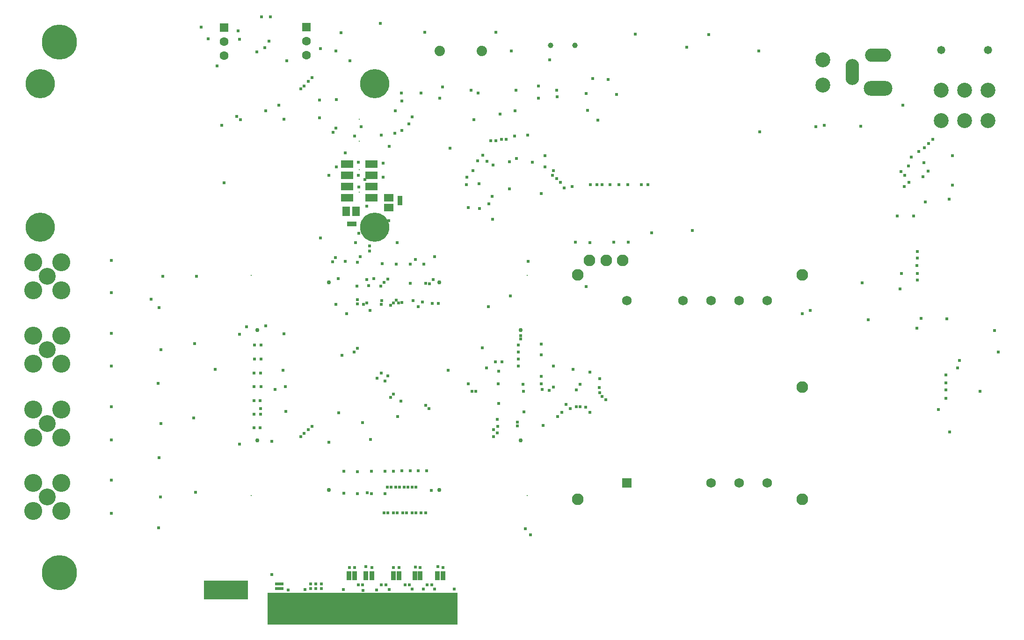
<source format=gbs>
%FSTAX23Y23*%
%MOIN*%
%SFA1B1*%

%IPPOS*%
%ADD79R,0.314960X0.135830*%
%ADD80R,1.354330X0.230320*%
%ADD105R,0.036000X0.173000*%
%ADD106R,0.036000X0.134000*%
%ADD116R,0.065090X0.053280*%
%ADD118R,0.033200X0.034770*%
%ADD125R,0.053280X0.065090*%
%ADD126R,0.034770X0.033200*%
%ADD131R,0.090870X0.052090*%
%ADD133C,0.039500*%
%ADD134C,0.073980*%
%ADD135C,0.008000*%
%ADD136C,0.069020*%
%ADD137R,0.069020X0.069020*%
%ADD138C,0.083000*%
%ADD139C,0.106420*%
%ADD140O,0.096580X0.185170*%
%ADD141O,0.185170X0.096580*%
%ADD142O,0.204850X0.106420*%
%ADD143C,0.120000*%
%ADD144C,0.128000*%
%ADD145R,0.008000X0.008000*%
%ADD146C,0.029660*%
%ADD147C,0.063000*%
%ADD148R,0.063000X0.063000*%
%ADD149C,0.058000*%
%ADD150C,0.250000*%
%ADD151C,0.024000*%
%ADD152C,0.208000*%
%LNgrandmaster-1*%
%LPD*%
G54D79*
X0147Y00245D03*
G54D80*
X02446Y00111D03*
G54D105*
X01915Y00137D03*
X02545D03*
X02624D03*
X02899D03*
X03057D03*
X02742D03*
X02938D03*
X02781D03*
X02309D03*
X02427D03*
X02584D03*
X02072D03*
X02033D03*
X01994D03*
X01954D03*
X0219D03*
X02348D03*
X02387D03*
X02466D03*
X02505D03*
X0282D03*
X02663D03*
X0286D03*
X02978D03*
X03017D03*
X02702D03*
X02112D03*
X02151D03*
X01836D03*
X01875D03*
X03096D03*
G54D106*
X01797Y00157D03*
G54D116*
X02632Y02971D03*
Y03042D03*
G54D118*
X02349Y00329D03*
Y00362D03*
X02389D03*
Y00329D03*
X02468D03*
Y00362D03*
X02511D03*
Y00329D03*
X02664Y00362D03*
Y00329D03*
X02704Y00362D03*
Y00329D03*
X02819Y00362D03*
Y00329D03*
X02854D03*
Y00362D03*
X02979D03*
Y00329D03*
X03019Y00362D03*
Y00329D03*
X02711Y03003D03*
Y03036D03*
G54D125*
X02398Y02944D03*
X02327D03*
G54D126*
X02385Y02854D03*
X02351D03*
G54D131*
X02334Y03279D03*
Y032D03*
Y03121D03*
Y03042D03*
X02509Y03279D03*
Y03121D03*
Y032D03*
Y03042D03*
G54D133*
X03958Y04126D03*
X03784D03*
G54D134*
X03294Y04086D03*
X02994D03*
G54D135*
X02422Y03082D03*
Y03239D03*
Y03601D03*
Y03443D03*
G54D136*
X05327Y02307D03*
X05127D03*
X04927D03*
X04727D03*
X04927Y01007D03*
X05127D03*
X04327Y02307D03*
X05327Y01007D03*
G54D137*
X04327Y01007D03*
G54D138*
X05578Y0089D03*
Y01689D03*
Y02489D03*
X03979D03*
Y0089D03*
X04062Y02595D03*
X0418D03*
X04298D03*
G54D139*
X05723Y04025D03*
Y03844D03*
X069Y03806D03*
Y03589D03*
X06734D03*
Y03806D03*
X06569Y03589D03*
Y03806D03*
G54D140*
X05934Y03937D03*
G54D141*
X06119Y04056D03*
G54D142*
X06119Y03819D03*
G54D143*
X00199Y00906D03*
Y02481D03*
Y01956D03*
Y01431D03*
G54D144*
X00299Y01006D03*
Y00806D03*
X00099D03*
Y01006D03*
X00299Y02581D03*
Y02381D03*
X00099D03*
Y02581D03*
X00299Y02056D03*
Y01856D03*
X00099D03*
Y02056D03*
X00299Y01531D03*
Y01331D03*
X00099D03*
Y01531D03*
G54D145*
X03617Y02486D03*
X01652Y00916D03*
X01651Y02486D03*
X03617Y00916D03*
G54D146*
X03571Y02097D03*
Y01309D03*
X02203Y02438D03*
X01696Y01309D03*
Y02097D03*
X02203Y00958D03*
X0299D03*
X0299Y02438D03*
G54D147*
X02043Y04157D03*
Y04057D03*
X01457Y04153D03*
Y04053D03*
G54D148*
X02043Y04257D03*
X01457Y04253D03*
G54D149*
X069Y04093D03*
X06569D03*
G54D150*
X00285Y04152D03*
Y00368D03*
G54D151*
X02494Y02661D03*
X02692Y02721D03*
X02511Y00405D03*
X0261Y00279D03*
X02578D03*
X0298Y00409D03*
X02821Y00407D03*
X02748Y00282D03*
X02469Y0041D03*
X02905Y00279D03*
X02878Y00249D03*
X02692Y00795D03*
X02665D03*
X02854Y00405D03*
X02779Y00279D03*
X02665Y00405D03*
X02704D03*
X0235D03*
X02389D03*
X02937Y00279D03*
X02957Y00251D03*
X03019Y00405D03*
X0274Y00976D03*
X02767D03*
X02732Y00795D03*
X02681Y00976D03*
X02708D03*
X02447Y00242D03*
X02413Y00279D03*
X02444D03*
X02606Y00931D03*
X02625Y00795D03*
X02598D03*
X02636Y00247D03*
X02799Y00251D03*
X02826Y00976D03*
X02799D03*
X02649D03*
X02622D03*
X02759Y00795D03*
X02799D03*
X02826D03*
X02862D03*
X02893D03*
X02409Y01088D03*
X02311Y0109D03*
X02508Y00931D03*
X02409Y00932D03*
X02724Y01093D03*
X02784Y01094D03*
X02842Y01095D03*
X02546Y00244D03*
X03097Y00251D03*
X02475Y02291D03*
X0233Y02215D03*
X01798Y01304D03*
X02606Y01091D03*
X03554Y01841D03*
X03719Y01996D03*
X03894Y01566D03*
X03379Y01386D03*
X01721Y0189D03*
X01671Y01792D03*
X01674Y01989D03*
X02508Y0109D03*
X03413Y01573D03*
X0167Y01595D03*
X01754Y02126D03*
X02409Y02579D03*
X02586Y02569D03*
X03197Y01714D03*
X03439Y0187D03*
X03298Y01971D03*
X02985Y02287D03*
X02702Y02289D03*
X02821Y02601D03*
X01718Y01792D03*
X02881Y02566D03*
X03732Y01418D03*
X03554Y01891D03*
X02253Y02279D03*
X02272Y02463D03*
X01719Y01536D03*
X02311Y00934D03*
X03571Y02033D03*
X03554Y01991D03*
X02942Y02286D03*
X02841Y02263D03*
X02394Y0272D03*
X01567Y01285D03*
X01675Y01891D03*
X01568Y02067D03*
X02783Y02429D03*
X03719Y01921D03*
X03773Y01666D03*
X02599Y02436D03*
X02494Y02696D03*
X02894Y02431D03*
X02665Y01092D03*
X02475Y02456D03*
X03414Y01805D03*
X03404Y01363D03*
X02579Y02281D03*
X02685Y02311D03*
X0359Y01662D03*
X02404Y02412D03*
X02803Y02307D03*
X01716Y01399D03*
X01721Y01989D03*
X01619Y02121D03*
X03549Y01413D03*
X02488Y02413D03*
X02726Y02293D03*
X01822Y01674D03*
X0167Y01694D03*
X01884Y02071D03*
X02901Y01095D03*
X0292Y02428D03*
X01893Y01693D03*
X03594Y01514D03*
X0245Y02282D03*
X02409Y02314D03*
X02958Y02621D03*
X03406Y01461D03*
X0341Y01713D03*
X03252Y01661D03*
X02933Y00953D03*
X02871Y02297D03*
X02685Y02568D03*
X03571Y02058D03*
X03804Y0184D03*
X01879Y01811D03*
X03554Y01941D03*
X03392Y01871D03*
X03407Y01411D03*
X02575Y02412D03*
X02499Y02236D03*
X02409Y02283D03*
X02783Y02568D03*
X02948Y02456D03*
X03549Y01441D03*
X03718Y01713D03*
X02624Y02461D03*
X01897Y01516D03*
X03834Y01481D03*
X03864Y01511D03*
X03924Y01536D03*
X03719Y01766D03*
X03329Y01826D03*
X02645Y02274D03*
X02665Y02291D03*
X01721Y01694D03*
X01671Y01399D03*
X02581Y02308D03*
X03803Y01691D03*
X03224Y01661D03*
X02252Y02613D03*
X01718Y01497D03*
X01714Y01595D03*
X01671Y01497D03*
X02321Y02586D03*
X03379Y01336D03*
X01797Y00355D03*
X02034Y00246D03*
X01916Y00244D03*
X02309Y00246D03*
X0333Y03301D03*
X0412Y03594D03*
X01393Y01816D03*
X0099Y00687D03*
X04794Y02808D03*
X03183Y03135D03*
X03277Y02963D03*
X03197Y0297D03*
X03491Y03103D03*
X03188Y03187D03*
X0323Y03235D03*
X03358Y03448D03*
X03068Y03395D03*
X02419Y02788D03*
X02146Y02753D03*
X03275Y03141D03*
X03056Y01811D03*
X02413Y03295D03*
X02254Y03536D03*
X02579Y03486D03*
X02389Y03481D03*
X02321Y03361D03*
X02434Y03546D03*
X02634Y03406D03*
X02631Y02876D03*
X02591Y03186D03*
X0259Y03288D03*
X00996Y02256D03*
X02004Y01336D03*
X02028Y01361D03*
X02549Y01755D03*
X02418Y03118D03*
X02414Y03199D03*
X02462Y03172D03*
X02473Y0298D03*
X02146Y04103D03*
X02253Y04086D03*
X01408Y0398D03*
X01345Y04175D03*
X00996Y01187D03*
X00988Y01717D03*
X00937Y02317D03*
X02353Y04017D03*
X01726Y04329D03*
X01788D03*
X04477Y03135D03*
X04064Y02722D03*
X06628Y01372D03*
X04039Y02406D03*
X06974Y01939D03*
X04134Y01651D03*
X03994Y01551D03*
X04134Y01751D03*
X04151Y01623D03*
X03968Y01671D03*
X03969Y01552D03*
X03944Y01816D03*
X04131Y01686D03*
X04179Y01601D03*
X04034Y01546D03*
X03996Y01711D03*
X04064Y01796D03*
Y01511D03*
X03263Y03303D03*
X0396Y02724D03*
X01569Y04171D03*
X02076Y00255D03*
Y00287D03*
X02112D03*
X02151D03*
X02112Y00255D03*
X02151D03*
X01832D03*
X01852D03*
X01872D03*
X01832Y00287D03*
X01852D03*
X01872D03*
X06253Y02909D03*
X06647Y03129D03*
X05267Y04088D03*
X04339Y02725D03*
X04503Y02789D03*
X02231Y02584D03*
X05994Y03552D03*
X04049Y03665D03*
X03829Y03806D03*
X05577Y02214D03*
X02694Y01481D03*
X02384Y01941D03*
X0383Y03762D03*
X06334Y03266D03*
X03744Y03261D03*
X03395Y04222D03*
X04272Y03135D03*
X05634Y02236D03*
X02626Y0177D03*
X06304Y03121D03*
X03939D03*
X02139Y03738D03*
X04208Y03135D03*
X02604Y01734D03*
X06626Y03032D03*
X04152Y03135D03*
X02299Y01916D03*
X02724Y03521D03*
X01248Y02D03*
X02579Y0179D03*
X04068Y03135D03*
X02674Y03501D03*
X04234Y02725D03*
X06456Y03009D03*
X01691Y04079D03*
X03642Y00636D03*
X02259Y03261D03*
X03374Y03273D03*
X03368Y0305D03*
X04039Y03784D03*
X06476Y03231D03*
X04333Y03135D03*
X01557Y04229D03*
X06282Y03226D03*
X03806Y03235D03*
X01261Y02482D03*
X04114Y03135D03*
X06648Y03341D03*
X02888Y04221D03*
X0337Y02888D03*
X02258Y03741D03*
X01749Y0411D03*
X0257Y04283D03*
X01459Y03147D03*
X0144Y03557D03*
X01903Y04018D03*
X0229Y04217D03*
X0388Y03109D03*
X03623Y02587D03*
X03622Y03486D03*
X03491Y03297D03*
X03542Y03319D03*
X03344Y02996D03*
X03744Y03342D03*
X03653Y03293D03*
X03394Y03447D03*
X03436Y03457D03*
X03717Y03072D03*
X02799Y03616D03*
X03589Y01711D03*
X05733Y03556D03*
X05676Y03546D03*
X03603Y00682D03*
X02478Y00937D03*
X06548Y01531D03*
X06602Y01612D03*
Y01672D03*
Y01722D03*
X06601Y01777D03*
X06685Y01828D03*
X06699Y01881D03*
X06949Y02095D03*
X06607Y02176D03*
X06395Y02111D03*
X06048Y02171D03*
X06004Y02434D03*
X06274Y02391D03*
X06398Y02453D03*
X06397Y02501D03*
X06396Y02556D03*
X06397Y0261D03*
X06398Y02657D03*
X06372Y02909D03*
X0491Y04203D03*
X04387Y04206D03*
X03777Y04023D03*
X04085Y03892D03*
X04194Y03884D03*
X04431Y03135D03*
X0286Y03787D03*
X02724Y03729D03*
X03531Y0366D03*
X03269Y03788D03*
X01242Y01472D03*
X01256Y00942D03*
X00654Y0079D03*
X00655Y01028D03*
X00654Y01314D03*
X00653Y01551D03*
X00654Y01839D03*
Y02073D03*
Y02365D03*
X00653Y02593D03*
X02206Y01298D03*
X02205Y032D03*
X02502Y01316D03*
X02525Y02463D03*
X03342Y02263D03*
X03498Y02341D03*
X02429Y02621D03*
X01004Y00906D03*
X02446Y01437D03*
X01008Y0143D03*
X02409Y01967D03*
X01009Y01956D03*
X0102Y02481D03*
X02643Y01616D03*
X02666Y0164D03*
X01884Y03601D03*
X01754Y03661D03*
X03424Y03636D03*
X01549Y03621D03*
X03239Y03596D03*
X01574D03*
X03539Y03806D03*
X03219D03*
X02722Y03786D03*
X02139Y03611D03*
X02084Y03896D03*
X02083Y01411D03*
X02059Y01386D03*
Y03871D03*
X02029Y03836D03*
X01294Y04256D03*
X02004Y03816D03*
X02234Y03506D03*
X03529Y03481D03*
X05274Y03511D03*
X06284Y02501D03*
X02679Y03661D03*
X02774Y03566D03*
X02993Y03751D03*
X03699D03*
X03014Y03831D03*
X03699Y03836D03*
X04254Y03776D03*
X02894Y01561D03*
X02919Y01536D03*
X02274Y01506D03*
X02719Y01591D03*
X03724Y01675D03*
X06844Y01661D03*
X06424Y02181D03*
X06309Y03199D03*
X06339Y03151D03*
X04754Y04115D03*
X01779Y04156D03*
X03504Y04086D03*
X03854Y03151D03*
X03829Y03176D03*
X03799Y03201D03*
X06439Y03191D03*
X06354Y03331D03*
X06444Y03291D03*
X03302Y03344D03*
X06409Y03371D03*
X06447Y03396D03*
X06479Y03426D03*
X06509Y03456D03*
X03469D03*
X01849Y03701D03*
X06294D03*
G54D152*
X02531Y03853D03*
Y0283D03*
X00149D03*
Y03853D03*
M02*
</source>
